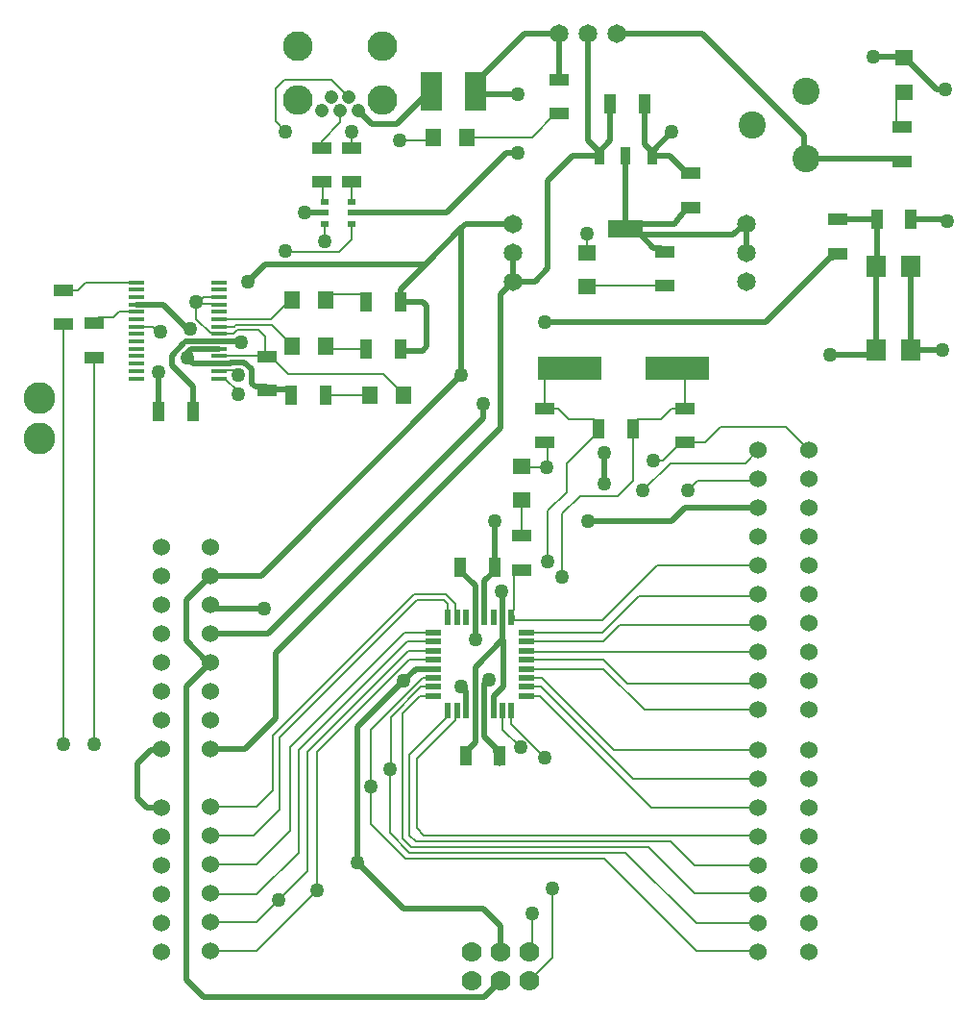
<source format=gtl>
G04*
G04 #@! TF.GenerationSoftware,Altium Limited,Altium Designer,19.1.7 (138)*
G04*
G04 Layer_Physical_Order=1*
G04 Layer_Color=255*
%FSLAX25Y25*%
%MOIN*%
G70*
G01*
G75*
%ADD11C,0.00600*%
%ADD17C,0.00000*%
%ADD40R,0.07100X0.04400*%
%ADD41R,0.06300X0.05500*%
%ADD42R,0.05500X0.01370*%
%ADD43R,0.04400X0.07100*%
%ADD44R,0.05800X0.02000*%
%ADD45R,0.02000X0.05800*%
%ADD46R,0.05500X0.06300*%
%ADD47R,0.12200X0.06300*%
%ADD48R,0.03300X0.06300*%
%ADD49R,0.22047X0.08268*%
%ADD50R,0.06693X0.07480*%
%ADD51R,0.02756X0.02000*%
%ADD52R,0.07480X0.13386*%
%ADD53C,0.02000*%
%ADD54C,0.06000*%
%ADD55C,0.06496*%
%ADD56C,0.07000*%
%ADD57C,0.11000*%
%ADD58C,0.09449*%
%ADD59C,0.10299*%
%ADD60O,0.10299X0.10299*%
%ADD61C,0.04756*%
%ADD62C,0.05000*%
D11*
X139000Y301000D02*
X151600D01*
X273000Y201500D02*
X281000Y193500D01*
X250500Y201500D02*
X273000D01*
X245200Y196200D02*
X250500Y201500D01*
X238000Y196200D02*
X245200D01*
X227000Y190000D02*
X230450D01*
X236650Y196200D01*
X238000D01*
X220000Y183000D02*
Y201000D01*
X214625Y177625D02*
X220000Y183000D01*
X201625Y177625D02*
X214625D01*
X190000Y187500D02*
X190500Y188000D01*
X181900Y187500D02*
X190000D01*
X181500Y187900D02*
X181900Y187500D01*
X206300Y199100D02*
X208200Y201000D01*
X206300Y198300D02*
Y199100D01*
X197000Y189000D02*
X206300Y198300D01*
X208200Y201000D02*
Y202350D01*
X190500Y188000D02*
Y195200D01*
X189500Y196200D02*
X190500Y195200D01*
X195500Y171500D02*
X201625Y177625D01*
X195500Y149500D02*
Y171500D01*
X197000Y178950D02*
Y189000D01*
X190500Y172450D02*
X197000Y178950D01*
X235500Y222000D02*
X238000Y219500D01*
Y208000D02*
Y219500D01*
X189500Y218166D02*
X193334Y222000D01*
X198098D01*
X189500Y208000D02*
Y218166D01*
X193950Y208000D02*
X197700Y204250D01*
X206300D01*
X208200Y202350D01*
X189500Y208000D02*
X193950D01*
X229800Y204250D02*
X233550Y208000D01*
X221900Y204250D02*
X229800D01*
X220000Y202350D02*
X221900Y204250D01*
X220000Y201000D02*
Y202350D01*
X233550Y208000D02*
X238000D01*
X151600Y301000D02*
X152600Y302000D01*
X186700Y196400D02*
X188300D01*
X223500Y179500D02*
X233000Y189000D01*
X259000D01*
X242500Y183000D02*
X263000D01*
X239000Y179500D02*
X242500Y183000D01*
X263000D02*
X263500Y183500D01*
X259000Y189000D02*
X263500Y193500D01*
X263000Y133000D02*
X263500Y133500D01*
X262500Y112500D02*
X263500Y113500D01*
X263000Y143000D02*
X263500Y143500D01*
X181500Y163800D02*
Y176100D01*
X174800Y96700D02*
X181000Y90500D01*
X190500Y155000D02*
Y172450D01*
X177900Y98600D02*
X189500Y87000D01*
X177900Y98600D02*
Y103100D01*
X174800Y96700D02*
Y103100D01*
X89500Y20000D02*
X110500Y41000D01*
X89500Y30000D02*
X97000Y37500D01*
X107000Y47500D01*
X110500Y88874D02*
X142526Y120900D01*
X110500Y41000D02*
Y88874D01*
X178600Y134500D02*
Y136200D01*
X145000Y141500D02*
X154500D01*
X97500Y94000D02*
X145000Y141500D01*
X97500Y69000D02*
Y94000D01*
X144000Y143500D02*
X155000D01*
X95000Y94500D02*
X144000Y143500D01*
X95000Y75500D02*
Y94500D01*
X135750Y82750D02*
X136000Y83000D01*
X135750Y60750D02*
Y82750D01*
X129000Y64000D02*
X141000Y52000D01*
X129000Y64000D02*
Y77000D01*
X136000Y83000D02*
Y101000D01*
X129000Y96500D02*
X147100Y114600D01*
X129000Y77000D02*
Y96500D01*
X136000Y101000D02*
X146400Y111400D01*
X135750Y60750D02*
X142500Y54000D01*
X22500Y91500D02*
X22500Y237200D01*
X185000Y20500D02*
Y33000D01*
X192000Y17500D02*
Y41500D01*
X184000Y9500D02*
X192000Y17500D01*
X184000Y19500D02*
X185000Y20500D01*
X146400Y111400D02*
X150700D01*
X147100Y114600D02*
X150700D01*
X142526Y120900D02*
X150700D01*
X158300Y136200D02*
Y140200D01*
X155000Y143500D02*
X158300Y140200D01*
X154500Y141500D02*
X155900Y140100D01*
X73500Y20000D02*
X89500D01*
X73500Y30000D02*
X89500D01*
X107000Y47500D02*
Y89000D01*
X142000Y124000D01*
X150700D01*
X74000Y39500D02*
X89500D01*
X73500Y40000D02*
X74000Y39500D01*
X89500D02*
X104000Y54000D01*
Y89500D01*
X141700Y127200D01*
X150700D01*
X89500Y50000D02*
X101000Y61500D01*
X73500Y50000D02*
X89500D01*
X101000Y61500D02*
Y90500D01*
X140800Y130300D01*
X150700D01*
X73500Y60000D02*
X88500D01*
X97500Y69000D01*
X155900Y135500D02*
Y140100D01*
X73500Y70000D02*
X89500D01*
X95000Y75500D01*
X158300Y136200D02*
X159000Y135500D01*
X209500Y134500D02*
X228500Y153500D01*
X178600Y134500D02*
X209500D01*
X178600Y138100D02*
Y150100D01*
X180500Y152000D02*
X181500D01*
X178600Y150100D02*
X180500Y152000D01*
X177900Y135500D02*
X178600Y136200D01*
X228500Y153500D02*
X263500D01*
X222000Y143000D02*
X263000D01*
X209300Y130300D02*
X222000Y143000D01*
X183100Y130300D02*
X209300D01*
X215500Y133000D02*
X263000D01*
X209700Y127200D02*
X215500Y133000D01*
X183100Y127200D02*
X209700D01*
X183600Y123500D02*
X263500D01*
X183100Y124000D02*
X183600Y123500D01*
X218000Y112500D02*
X262500D01*
X209600Y120900D02*
X218000Y112500D01*
X183100Y120900D02*
X209600D01*
X224000Y103500D02*
X263500D01*
X209800Y117700D02*
X224000Y103500D01*
X183100Y117700D02*
X209800D01*
X213500Y89500D02*
X263500D01*
X188400Y114600D02*
X213500Y89500D01*
X183100Y114600D02*
X188400D01*
X220000Y79500D02*
X263500D01*
X188100Y111400D02*
X220000Y79500D01*
X183100Y111400D02*
X188100D01*
X226500Y69500D02*
X263500D01*
X187700Y108300D02*
X226500Y69500D01*
X183100Y108300D02*
X187700D01*
X210000Y52000D02*
X242000Y20000D01*
X141000Y52000D02*
X210000D01*
X217500Y54000D02*
X242000Y29500D01*
X142500Y54000D02*
X217500Y54000D01*
X242000Y20000D02*
X263000D01*
X242000Y29500D02*
X263500D01*
X147500Y60000D02*
X263500Y60000D01*
X145000Y62500D02*
X147500Y60000D01*
X263500Y60000D02*
X264000D01*
X140000Y102237D02*
X146063Y108300D01*
X140000Y59000D02*
Y102237D01*
Y59000D02*
X143000Y56000D01*
X145000Y86462D02*
X158300Y99761D01*
X145000Y62500D02*
Y86462D01*
X241500Y40000D02*
X263000D01*
X225500Y56000D02*
X241500Y40000D01*
X143000Y56000D02*
X225500D01*
X241548Y49500D02*
X263500D01*
X233149Y57900D02*
X241548Y49500D01*
X142500Y60000D02*
X144600Y57900D01*
X233149D01*
X158300Y99761D02*
Y102400D01*
X159000Y103100D01*
X142500Y60000D02*
Y87800D01*
X155900Y101200D01*
Y103100D01*
X263000Y40000D02*
X263500Y39500D01*
X146063Y108300D02*
X150700D01*
X263000Y20000D02*
X263500Y19500D01*
X133300Y220000D02*
X140400Y212900D01*
X100350Y220000D02*
X133300D01*
X94350Y226000D02*
X100350Y220000D01*
X94647Y236854D02*
X101600Y229900D01*
X82217Y236854D02*
X94647D01*
X94339Y238839D02*
X101600Y246100D01*
X76394Y238839D02*
X94339D01*
X81643Y236280D02*
X82217Y236854D01*
X76394Y236280D02*
X81643D01*
X68500Y238900D02*
Y245000D01*
Y238900D02*
X73294Y234105D01*
X76009D01*
X76394Y233720D01*
X64213Y230587D02*
X64787Y231161D01*
X76650Y226300D02*
X92700D01*
X76394Y226043D02*
X76650Y226300D01*
X92700D02*
X93000Y226000D01*
X82880Y235254D02*
X90000D01*
X81346Y233720D02*
X82880Y235254D01*
X76394Y233720D02*
X81346D01*
X81412Y221088D02*
X83000Y219500D01*
X78459Y218366D02*
X82950Y213875D01*
X76556Y221088D02*
X81412D01*
X76394Y218366D02*
X78459D01*
X82950Y213000D02*
Y213875D01*
X76394Y220925D02*
X76556Y221088D01*
X92500Y226500D02*
Y232753D01*
X90000Y235254D02*
X92500Y232753D01*
X99800Y262200D02*
X118200D01*
X122500Y266500D01*
X99500Y262500D02*
X99800Y262200D01*
X311500Y307500D02*
Y315100D01*
Y307500D02*
X313500Y305500D01*
X311500Y315100D02*
X314000Y317600D01*
X33000Y91500D02*
Y225700D01*
X140400Y212500D02*
Y212900D01*
X93000Y226000D02*
X94350D01*
X122301Y272035D02*
X122500Y271837D01*
Y266500D02*
Y271837D01*
X113000Y271888D02*
X113148Y272035D01*
X113000Y266000D02*
Y271888D01*
X27500Y249000D02*
X30134Y251634D01*
X47606D01*
X22500Y249000D02*
X27500D01*
X41895Y241398D02*
X47606D01*
X39897Y239400D02*
X41895Y241398D01*
X34900Y239400D02*
X39897D01*
X33000Y237500D02*
X34900Y239400D01*
X101600Y229500D02*
Y229900D01*
Y246100D02*
Y246500D01*
X113400Y229500D02*
X114400Y228500D01*
X127500D01*
X113400Y246500D02*
X114400Y247500D01*
X127500D01*
X113300Y212500D02*
X128600D01*
X55500Y207000D02*
X56000Y207500D01*
X55059Y234500D02*
X56000D01*
X53280Y236280D02*
X55059Y234500D01*
X47606Y236280D02*
X53280D01*
X68500Y245000D02*
X69691D01*
X71206Y246516D01*
X76394D01*
X68500Y245000D02*
X69158Y244342D01*
X76009D01*
X76394Y243957D01*
X204000Y250100D02*
X204400Y250500D01*
X231000D01*
X312700Y294500D02*
X313500Y293700D01*
X122301Y279516D02*
X122500Y279715D01*
Y286500D01*
X112448Y280216D02*
X113148Y279516D01*
X112448Y280216D02*
Y286052D01*
X112000Y286500D02*
X112448Y286052D01*
X162400Y302000D02*
X184950D01*
X193150Y310200D01*
X194500D01*
X191500Y322800D02*
X192850D01*
X106000Y276000D02*
X106224Y275776D01*
X204000Y261900D02*
Y268500D01*
X313400Y330000D02*
X314000Y329400D01*
X150000Y315047D02*
Y318000D01*
X96000Y319000D02*
X99000Y322000D01*
X96000Y307500D02*
Y319000D01*
Y307500D02*
X99500Y304000D01*
X115563Y322000D02*
X121583Y315980D01*
X99000Y322000D02*
X115563D01*
X122500Y298300D02*
Y304000D01*
X112000Y299650D02*
X113350Y298300D01*
X112000Y300634D02*
X118433Y307067D01*
X112000Y299650D02*
Y300634D01*
Y298300D02*
X113350D01*
X118433Y307067D02*
Y311256D01*
X112000Y298300D02*
X112500Y297800D01*
D17*
X102291Y329760D02*
Y337240D01*
X105441D01*
Y329760D02*
Y337240D01*
X102291Y329760D02*
X105441D01*
X131425Y311059D02*
Y318539D01*
X134575D01*
Y311059D02*
Y318539D01*
X131425Y311059D02*
X134575D01*
X131425Y329760D02*
Y337240D01*
X134575D01*
Y329760D02*
Y337240D01*
X131425Y329760D02*
X134575D01*
X102291Y311059D02*
Y318539D01*
X105441D01*
Y311059D02*
Y318539D01*
X102291Y311059D02*
X105441D01*
D40*
X22500Y237200D02*
D03*
Y249000D02*
D03*
X181500Y163800D02*
D03*
Y152000D02*
D03*
X33000Y225700D02*
D03*
Y237500D02*
D03*
X240000Y289500D02*
D03*
Y277700D02*
D03*
X291000Y261700D02*
D03*
Y273500D02*
D03*
X189500Y196200D02*
D03*
Y208000D02*
D03*
X238000Y196200D02*
D03*
Y208000D02*
D03*
X93000Y214200D02*
D03*
Y226000D02*
D03*
X231000Y250500D02*
D03*
Y262300D02*
D03*
X194500Y322000D02*
D03*
Y310200D02*
D03*
X112000Y286500D02*
D03*
Y298300D02*
D03*
X122500D02*
D03*
Y286500D02*
D03*
X313500Y293700D02*
D03*
Y305500D02*
D03*
D41*
X181500Y187900D02*
D03*
Y176100D02*
D03*
X204000Y261900D02*
D03*
Y250100D02*
D03*
X314000Y329400D02*
D03*
Y317600D02*
D03*
D42*
X47606Y218366D02*
D03*
Y220925D02*
D03*
Y223484D02*
D03*
Y226043D02*
D03*
Y228602D02*
D03*
Y231161D02*
D03*
Y233720D02*
D03*
Y236280D02*
D03*
Y238839D02*
D03*
Y241398D02*
D03*
Y243957D02*
D03*
Y246516D02*
D03*
Y249075D02*
D03*
Y251634D02*
D03*
X76394Y218366D02*
D03*
Y220925D02*
D03*
Y223484D02*
D03*
Y226043D02*
D03*
Y228602D02*
D03*
Y233720D02*
D03*
Y231161D02*
D03*
Y236280D02*
D03*
Y238839D02*
D03*
Y241398D02*
D03*
Y243957D02*
D03*
Y246516D02*
D03*
Y249075D02*
D03*
Y251634D02*
D03*
D43*
X127500Y228500D02*
D03*
X139300D02*
D03*
X113300Y212500D02*
D03*
X101500D02*
D03*
X139300Y245000D02*
D03*
X127500D02*
D03*
X304700Y273500D02*
D03*
X316500D02*
D03*
X162000Y87500D02*
D03*
X173800D02*
D03*
X160200Y153000D02*
D03*
X172000D02*
D03*
X220000Y201000D02*
D03*
X208200D02*
D03*
X67300Y207000D02*
D03*
X55500D02*
D03*
X212200Y313500D02*
D03*
X224000D02*
D03*
D44*
X150700Y108300D02*
D03*
Y111400D02*
D03*
Y114600D02*
D03*
Y117700D02*
D03*
Y120900D02*
D03*
Y124000D02*
D03*
Y127200D02*
D03*
Y130300D02*
D03*
X183100D02*
D03*
Y127200D02*
D03*
Y124000D02*
D03*
Y120900D02*
D03*
Y117700D02*
D03*
Y114600D02*
D03*
Y111400D02*
D03*
Y108300D02*
D03*
D45*
X155900Y135500D02*
D03*
X159000D02*
D03*
X162200D02*
D03*
X165300D02*
D03*
X168500D02*
D03*
X171600D02*
D03*
X174800D02*
D03*
X177900D02*
D03*
Y103100D02*
D03*
X174800D02*
D03*
X171600D02*
D03*
X168500D02*
D03*
X165300D02*
D03*
X162200D02*
D03*
X159000D02*
D03*
X155900D02*
D03*
D46*
X113400Y229500D02*
D03*
X101600D02*
D03*
X101700Y245500D02*
D03*
X113500D02*
D03*
X140400Y212500D02*
D03*
X128600D02*
D03*
X150600Y302000D02*
D03*
X162400D02*
D03*
D47*
X217500Y270294D02*
D03*
D48*
X208400Y295494D02*
D03*
X217500D02*
D03*
X226600D02*
D03*
D49*
X235500Y222000D02*
D03*
X198098D02*
D03*
D50*
X316323Y257326D02*
D03*
X304323D02*
D03*
X316323Y228326D02*
D03*
X304323D02*
D03*
D51*
X113148Y279516D02*
D03*
Y275776D02*
D03*
Y272035D02*
D03*
X122301D02*
D03*
Y275776D02*
D03*
Y279516D02*
D03*
D52*
X165354Y318000D02*
D03*
X150000D02*
D03*
D53*
X325300Y318500D02*
X328500D01*
X314400Y329400D02*
X325300Y318500D01*
X314000Y329400D02*
X314400D01*
X328500Y273500D02*
X329000Y273000D01*
X316500Y273500D02*
X328500D01*
X316323Y228326D02*
X327326D01*
X316323D02*
Y257326D01*
X210000Y182000D02*
Y192500D01*
X302149Y226500D02*
X304149Y228500D01*
X55500Y208000D02*
X56000Y207500D01*
X174000Y247500D02*
X178500Y252000D01*
X174000Y201250D02*
Y247500D01*
X96000Y123250D02*
X174000Y201250D01*
X168000Y204500D02*
Y209500D01*
X93500Y130000D02*
X168000Y204500D01*
X73500Y130000D02*
X93500D01*
X51500Y69500D02*
X56500D01*
X48000Y73000D02*
X51500Y69500D01*
X48000Y73000D02*
Y85000D01*
X52600Y89600D01*
X56100D01*
X56500Y90000D01*
X73500Y140000D02*
X75000Y138500D01*
X92000D01*
X73500Y150000D02*
X91000D01*
X160500Y219500D01*
X304323Y228326D02*
Y257326D01*
X288500Y226500D02*
X302149D01*
X168500Y94150D02*
X172500Y90150D01*
Y88800D02*
Y90150D01*
Y88800D02*
X173800Y87500D01*
X204500Y169000D02*
X233500D01*
X238000Y173500D02*
X263500D01*
X233500Y169000D02*
X238000Y173500D01*
X172000Y153000D02*
Y169000D01*
X140500Y34500D02*
X168000D01*
X124500Y50500D02*
X140500Y34500D01*
X124500Y50500D02*
Y97500D01*
X140500Y113500D01*
X65000Y10000D02*
X71000Y4000D01*
X168500D01*
X174000Y9500D01*
X65000Y10000D02*
Y111500D01*
X73500Y120000D01*
X174000Y19500D02*
Y28500D01*
X168000Y34500D02*
X174000Y28500D01*
X140500Y113500D02*
X144700Y117700D01*
X150700D01*
X65000Y127500D02*
X72500Y120000D01*
X73500D01*
X65000Y127500D02*
Y141500D01*
X73500Y150000D01*
X83758Y231081D02*
X83839Y231161D01*
X73500Y90000D02*
X85500D01*
X96000Y100500D01*
Y123250D01*
X174500Y144500D02*
X174800Y144200D01*
Y135500D02*
Y144200D01*
X160200Y151650D02*
Y153000D01*
Y151650D02*
X165300Y146550D01*
Y135500D02*
Y146550D01*
X172000Y151650D02*
Y152000D01*
X168500Y148150D02*
X172000Y151650D01*
X168500Y135500D02*
Y148150D01*
Y94150D02*
Y103100D01*
X162000Y87500D02*
Y88850D01*
X165300Y92150D01*
Y103100D01*
X168500Y112500D02*
X170000Y114000D01*
X171600Y108100D02*
X175000Y111500D01*
X171600Y103100D02*
Y108100D01*
X175000Y111500D02*
Y127600D01*
X174800Y127800D02*
X175000Y127600D01*
X165300Y118300D02*
X174800Y127800D01*
Y135500D01*
X165300Y103100D02*
Y118300D01*
X168500Y103100D02*
Y112500D01*
X160500Y111500D02*
X162200Y109800D01*
Y103100D02*
Y109800D01*
X165300Y128200D02*
X165500Y128000D01*
X165300Y128200D02*
Y135500D01*
X173800Y85000D02*
Y87500D01*
X139300Y249300D02*
X148000Y258000D01*
X139300Y245000D02*
Y249300D01*
X139800Y228000D02*
X147000D01*
X139300Y228500D02*
X139800Y228000D01*
X147000D02*
X148500Y229500D01*
Y243500D01*
X147000Y245000D02*
X148500Y243500D01*
X139300Y245000D02*
X147000D01*
X289500Y260200D02*
X291000Y261700D01*
X265950Y238000D02*
X289650Y261700D01*
X65500Y235500D02*
X66500D01*
X57043Y243957D02*
X65500Y235500D01*
X64787Y231161D02*
X76394D01*
X66602Y228602D02*
X76394D01*
X65000Y227000D02*
X66602Y228602D01*
X60000Y226374D02*
X64213Y230587D01*
X60000Y223000D02*
Y226374D01*
X55500Y208000D02*
Y220500D01*
X83839Y231161D02*
X84000Y231000D01*
X92700Y215500D02*
X93800Y214400D01*
X80614Y224000D02*
X85250D01*
X80098Y223484D02*
X80614Y224000D01*
X85250D02*
X87800Y221450D01*
X76394Y223484D02*
X80098D01*
X87800Y216700D02*
Y221450D01*
Y216700D02*
X89000Y215500D01*
X65500Y225500D02*
Y226500D01*
X65000Y227000D02*
X65500Y226500D01*
Y225500D02*
X67516Y223484D01*
X76394D01*
X148000Y258000D02*
X160500Y270500D01*
X92500Y258000D02*
X148000D01*
X86500Y252000D02*
X92500Y258000D01*
X160500Y270500D02*
X162000Y272000D01*
X160500Y219500D02*
Y270500D01*
X304323Y257326D02*
X304700Y257703D01*
Y273500D01*
X291000D02*
X304700D01*
X289650Y261700D02*
X291000D01*
X189500Y238000D02*
X265950D01*
X304149Y228500D02*
X304323Y228326D01*
X89000Y215500D02*
X92700D01*
X162000Y272000D02*
X178500D01*
X76474Y231081D02*
X83758D01*
X76394Y231161D02*
X76474Y231081D01*
X99600Y214400D02*
X101500Y212500D01*
X93800Y214400D02*
X99600D01*
X67300Y207000D02*
Y215700D01*
X60000Y223000D02*
X67300Y215700D01*
X47606Y243957D02*
X57043D01*
X280000Y294500D02*
X312700D01*
X259500Y262000D02*
Y272000D01*
X254808Y268144D02*
X258664Y272000D01*
X222600Y268144D02*
X254808D01*
X217500Y270294D02*
X219206Y272000D01*
X234450D01*
X222600Y268144D02*
X227244Y263500D01*
X219650Y268144D02*
X222600D01*
X258664Y272000D02*
X259500D01*
X217500Y270294D02*
X219650Y268144D01*
X234450Y272000D02*
X238650Y277700D01*
X240000D01*
X229800Y263500D02*
X231000Y262300D01*
X227244Y263500D02*
X229800D01*
X208400Y295494D02*
Y296994D01*
X212200Y300794D01*
Y313500D01*
X204500Y300894D02*
X208400Y296994D01*
X217500Y270294D02*
Y295494D01*
X165354Y318000D02*
X166354Y317000D01*
X180000D01*
X176000Y296500D02*
X180000D01*
X194500Y322000D02*
Y338000D01*
X155276Y275776D02*
X176000Y296500D01*
X122301Y275776D02*
X155276D01*
X165354Y318000D02*
Y320953D01*
X182402Y338000D02*
X194500D01*
X165354Y320953D02*
X182402Y338000D01*
X190500Y287000D02*
X198994Y295494D01*
X208400D01*
X190500Y256500D02*
Y287000D01*
X186000Y252000D02*
X190500Y256500D01*
X178500Y252000D02*
X186000D01*
X178500D02*
Y262000D01*
X212200Y313500D02*
Y314850D01*
X204500Y300894D02*
Y338000D01*
X106224Y275776D02*
X113148D01*
X279500Y295000D02*
Y302500D01*
Y295000D02*
X280000Y294500D01*
X244000Y338000D02*
X279500Y302500D01*
X214500Y338000D02*
X244000D01*
X303500Y330000D02*
X313400D01*
X226600Y296994D02*
X233500Y303894D01*
Y304000D01*
X226600Y295494D02*
Y296994D01*
Y295494D02*
X232656D01*
X238650Y289500D01*
X240000D01*
X224000Y299594D02*
X226600Y296994D01*
X224000Y299594D02*
Y313500D01*
X124732Y311256D02*
X129488Y306500D01*
X138000D01*
X148274Y316774D01*
D54*
X281000Y193500D02*
D03*
Y183500D02*
D03*
Y173500D02*
D03*
Y163500D02*
D03*
Y153500D02*
D03*
Y143500D02*
D03*
Y133500D02*
D03*
Y123500D02*
D03*
Y113500D02*
D03*
Y103500D02*
D03*
X263500D02*
D03*
Y113500D02*
D03*
Y123500D02*
D03*
Y133500D02*
D03*
Y143500D02*
D03*
Y153500D02*
D03*
Y163500D02*
D03*
Y173500D02*
D03*
Y183500D02*
D03*
Y193500D02*
D03*
X56500Y69500D02*
D03*
Y59500D02*
D03*
Y49500D02*
D03*
Y39500D02*
D03*
Y29500D02*
D03*
Y19500D02*
D03*
Y160000D02*
D03*
Y150000D02*
D03*
Y140000D02*
D03*
Y130000D02*
D03*
Y120000D02*
D03*
Y110000D02*
D03*
Y100000D02*
D03*
Y90000D02*
D03*
X73500D02*
D03*
Y100000D02*
D03*
Y110000D02*
D03*
Y120000D02*
D03*
Y130000D02*
D03*
Y140000D02*
D03*
Y150000D02*
D03*
Y160000D02*
D03*
X263500Y89500D02*
D03*
Y79500D02*
D03*
Y69500D02*
D03*
Y59500D02*
D03*
Y49500D02*
D03*
Y39500D02*
D03*
Y29500D02*
D03*
Y19500D02*
D03*
X73500Y70000D02*
D03*
Y60000D02*
D03*
Y50000D02*
D03*
Y40000D02*
D03*
Y30000D02*
D03*
Y20000D02*
D03*
X281000Y89500D02*
D03*
Y79500D02*
D03*
Y69500D02*
D03*
Y59500D02*
D03*
Y49500D02*
D03*
Y39500D02*
D03*
Y29500D02*
D03*
Y19500D02*
D03*
D55*
X178500Y272000D02*
D03*
Y262000D02*
D03*
Y252000D02*
D03*
X259500D02*
D03*
Y262000D02*
D03*
Y272000D02*
D03*
X214500Y338000D02*
D03*
X204500D02*
D03*
X194500D02*
D03*
D56*
X184000Y19500D02*
D03*
Y9500D02*
D03*
X174000Y19500D02*
D03*
Y9500D02*
D03*
X164000Y19500D02*
D03*
Y9500D02*
D03*
D57*
X14000Y197500D02*
D03*
Y211500D02*
D03*
D58*
X261496Y306221D02*
D03*
X280000Y318000D02*
D03*
Y294500D02*
D03*
D59*
X103866Y333500D02*
D03*
D60*
Y314799D02*
D03*
X133000D02*
D03*
Y333500D02*
D03*
D61*
X115284Y315980D02*
D03*
X121583D02*
D03*
X112134Y311256D02*
D03*
X118433D02*
D03*
X124732D02*
D03*
D62*
X328500Y318500D02*
D03*
X329000Y273000D02*
D03*
X327326Y228326D02*
D03*
X210000Y182000D02*
D03*
Y192500D02*
D03*
X227000Y190000D02*
D03*
X190000Y187500D02*
D03*
X223500Y179500D02*
D03*
X239000D02*
D03*
X168000Y209500D02*
D03*
X92000Y138500D02*
D03*
X288500Y226500D02*
D03*
X181000Y90500D02*
D03*
X190500Y155000D02*
D03*
X195500Y149500D02*
D03*
X189500Y87000D02*
D03*
X204500Y169000D02*
D03*
X172000D02*
D03*
X124500Y50500D02*
D03*
X97000Y37500D02*
D03*
X110500Y41000D02*
D03*
X135750Y82750D02*
D03*
X129000Y77000D02*
D03*
X22500Y91500D02*
D03*
X33000D02*
D03*
X185000Y33000D02*
D03*
X192000Y41500D02*
D03*
X140500Y113500D02*
D03*
X174500Y144500D02*
D03*
X160500Y219500D02*
D03*
X170000Y114000D02*
D03*
X165500Y128000D02*
D03*
X160500Y111500D02*
D03*
X66500Y235500D02*
D03*
X55500Y220500D02*
D03*
X84000Y231000D02*
D03*
X83000Y219500D02*
D03*
X82950Y213000D02*
D03*
X65500Y225500D02*
D03*
X99500Y262500D02*
D03*
X189500Y238000D02*
D03*
X113000Y266000D02*
D03*
X86500Y252000D02*
D03*
X56000Y234500D02*
D03*
X68500Y245000D02*
D03*
X139000Y301000D02*
D03*
X180000Y317000D02*
D03*
Y296500D02*
D03*
X106000Y276000D02*
D03*
X204000Y268500D02*
D03*
X303500Y330000D02*
D03*
X233500Y304000D02*
D03*
X99500D02*
D03*
X122500D02*
D03*
M02*

</source>
